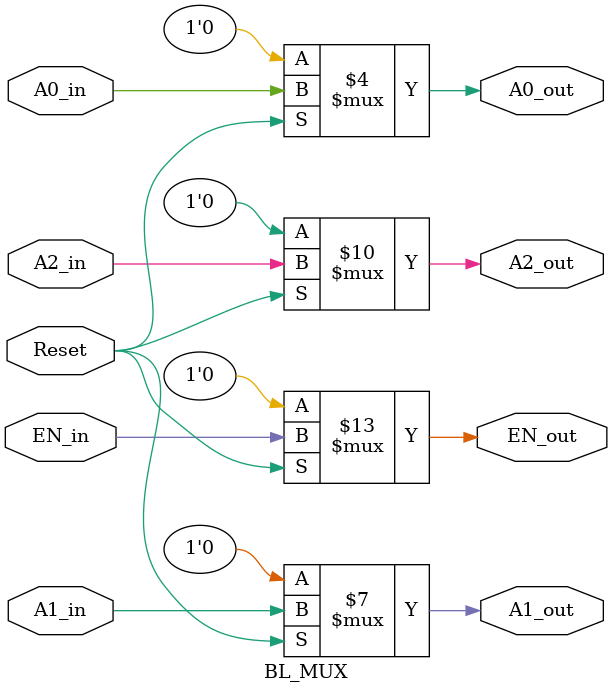
<source format=v>
module BL_MUX(
    input Reset,
    input EN_in,
    input A2_in, A1_in, A0_in,
    output reg A2_out, A1_out, A0_out,
    output reg EN_out
);

    always @(*) begin
        if (Reset == 0) begin
            EN_out = 0;
            A2_out = 0;
            A1_out = 0;
            A0_out = 0;
        end
        else begin
            EN_out = EN_in;
            A2_out = A2_in;
            A1_out = A1_in;
            A0_out = A0_in;
        end
    end

endmodule
</source>
